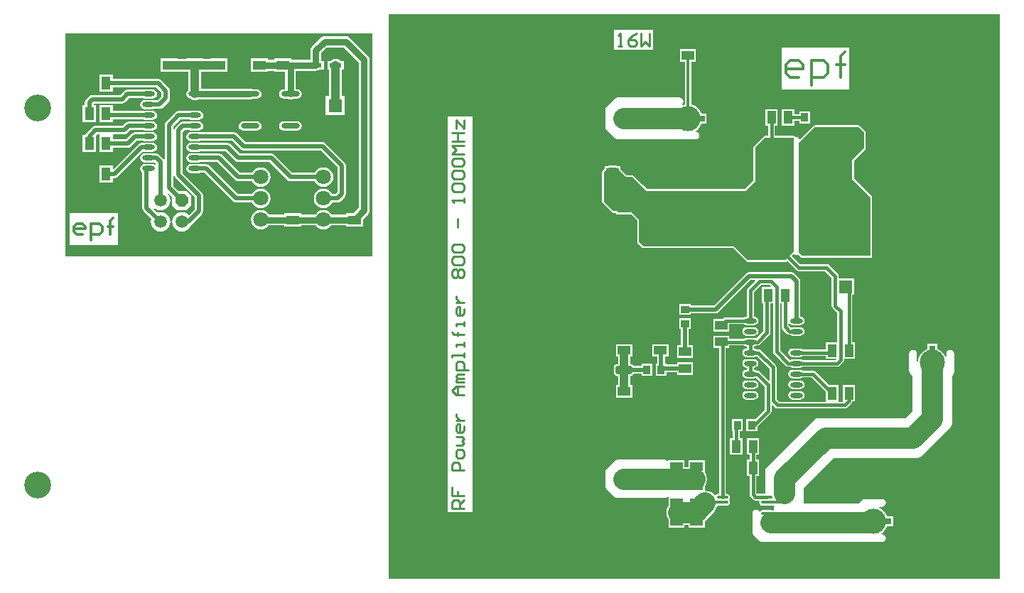
<source format=gtl>
%FSLAX25Y25*%
%MOIN*%
G70*
G01*
G75*
G04 Layer_Physical_Order=1*
G04 Layer_Color=255*
%ADD10O,0.08661X0.02362*%
%ADD11R,0.05709X0.02165*%
%ADD12R,0.05906X0.04331*%
%ADD13R,0.04331X0.05906*%
%ADD14O,0.05906X0.02362*%
%ADD15C,0.01969*%
%ADD16C,0.03150*%
%ADD17C,0.03937*%
%ADD18C,0.01181*%
%ADD19O,0.05512X0.01378*%
%ADD20R,0.16142X0.10236*%
%ADD21R,0.09449X0.10827*%
%ADD22R,0.04331X0.05906*%
G04:AMPARAMS|DCode=23|XSize=39.37mil|YSize=78.74mil|CornerRadius=9.84mil|HoleSize=0mil|Usage=FLASHONLY|Rotation=90.000|XOffset=0mil|YOffset=0mil|HoleType=Round|Shape=RoundedRectangle|*
%AMROUNDEDRECTD23*
21,1,0.03937,0.05906,0,0,90.0*
21,1,0.01969,0.07874,0,0,90.0*
1,1,0.01969,0.02953,0.00984*
1,1,0.01969,0.02953,-0.00984*
1,1,0.01969,-0.02953,-0.00984*
1,1,0.01969,-0.02953,0.00984*
%
%ADD23ROUNDEDRECTD23*%
G04:AMPARAMS|DCode=24|XSize=2559.05mil|YSize=551.18mil|CornerRadius=137.8mil|HoleSize=0mil|Usage=FLASHONLY|Rotation=90.000|XOffset=0mil|YOffset=0mil|HoleType=Round|Shape=RoundedRectangle|*
%AMROUNDEDRECTD24*
21,1,2.55905,0.27559,0,0,90.0*
21,1,2.28347,0.55118,0,0,90.0*
1,1,0.27559,0.13780,1.14173*
1,1,0.27559,0.13780,-1.14173*
1,1,0.27559,-0.13780,-1.14173*
1,1,0.27559,-0.13780,1.14173*
%
%ADD24ROUNDEDRECTD24*%
%ADD25R,0.03543X0.03937*%
%ADD26R,0.03937X0.03543*%
%ADD27R,0.05906X0.03150*%
%ADD28R,0.04331X0.03937*%
%ADD29R,0.08661X0.03937*%
%ADD30R,0.03150X0.05906*%
%ADD31R,0.03937X0.04331*%
%ADD32R,0.03937X0.08661*%
%ADD33C,0.01575*%
%ADD34C,0.09843*%
%ADD35C,0.00984*%
%ADD36C,0.12598*%
%ADD37C,0.07087*%
%ADD38R,0.07087X0.07087*%
%ADD39P,0.06392X8X292.5*%
%ADD40C,0.05906*%
%ADD41R,0.05906X0.05906*%
%ADD42R,0.05906X0.05906*%
%ADD43C,0.11811*%
%ADD44C,0.05906*%
%ADD45O,0.15748X0.07874*%
%ADD46O,0.07874X0.15748*%
%ADD47O,0.07874X0.17716*%
%ADD48C,0.03150*%
%ADD49C,0.12992*%
%ADD50C,0.03543*%
G36*
X176741Y152740D02*
X32740D01*
Y257370D01*
X176741D01*
Y152740D01*
D02*
G37*
%LPC*%
G36*
X95425Y201224D02*
X91882D01*
X91031Y201055D01*
X90309Y200572D01*
X89827Y199851D01*
X89658Y199000D01*
X89827Y198149D01*
X90309Y197427D01*
X91031Y196946D01*
X91882Y196776D01*
X95425D01*
X96276Y196946D01*
X96323Y196977D01*
X104162D01*
X112569Y188569D01*
X113226Y188131D01*
X114000Y187977D01*
X120420D01*
X120531Y187709D01*
X121260Y186760D01*
X122209Y186031D01*
X123314Y185574D01*
X124500Y185417D01*
X125686Y185574D01*
X126791Y186031D01*
X127740Y186760D01*
X128469Y187709D01*
X128926Y188814D01*
X129083Y190000D01*
X128926Y191186D01*
X128469Y192291D01*
X127740Y193240D01*
X126791Y193969D01*
X125686Y194426D01*
X124500Y194582D01*
X123314Y194426D01*
X122209Y193969D01*
X121260Y193240D01*
X120531Y192291D01*
X120420Y192023D01*
X114838D01*
X106431Y200431D01*
X105774Y200869D01*
X105000Y201023D01*
X96323D01*
X96276Y201055D01*
X95425Y201224D01*
D02*
G37*
G36*
Y206224D02*
X91882D01*
X91031Y206055D01*
X90309Y205573D01*
X89827Y204851D01*
X89658Y204000D01*
X89827Y203149D01*
X90309Y202428D01*
X91031Y201945D01*
X91882Y201776D01*
X95425D01*
X96276Y201945D01*
X96323Y201977D01*
X108162D01*
X112569Y197569D01*
X113226Y197131D01*
X114000Y196977D01*
X128662D01*
X137069Y188569D01*
X137726Y188131D01*
X138500Y187977D01*
X149920D01*
X150031Y187709D01*
X150760Y186760D01*
X151709Y186031D01*
X152814Y185574D01*
X154000Y185417D01*
X155186Y185574D01*
X156291Y186031D01*
X157240Y186760D01*
X157969Y187709D01*
X158426Y188814D01*
X158582Y190000D01*
X158426Y191186D01*
X157969Y192291D01*
X157240Y193240D01*
X156291Y193969D01*
X155186Y194426D01*
X154000Y194582D01*
X152814Y194426D01*
X151709Y193969D01*
X150760Y193240D01*
X150031Y192291D01*
X149920Y192023D01*
X139338D01*
X130931Y200431D01*
X130274Y200869D01*
X129500Y201023D01*
X114838D01*
X110431Y205431D01*
X109774Y205869D01*
X109000Y206023D01*
X96323D01*
X96276Y206055D01*
X95425Y206224D01*
D02*
G37*
G36*
X73772D02*
X70228D01*
X69377Y206055D01*
X69330Y206023D01*
X68500D01*
X67726Y205869D01*
X67069Y205431D01*
X55564Y193925D01*
X55102Y194117D01*
Y195453D01*
X48772D01*
Y187547D01*
X55102D01*
Y189477D01*
X56000D01*
X56774Y189631D01*
X57431Y190069D01*
X69335Y201974D01*
X69377Y201945D01*
X70228Y201776D01*
X73772D01*
X74623Y201945D01*
X75344Y202428D01*
X75826Y203149D01*
X75995Y204000D01*
X75826Y204851D01*
X75344Y205573D01*
X74623Y206055D01*
X73772Y206224D01*
D02*
G37*
G36*
X95425Y211224D02*
X91882D01*
X91031Y211055D01*
X90309Y210573D01*
X89827Y209851D01*
X89658Y209000D01*
X89827Y208149D01*
X90309Y207428D01*
X91031Y206945D01*
X91882Y206776D01*
X95425D01*
X96276Y206945D01*
X96323Y206977D01*
X111162D01*
X115069Y203069D01*
X115726Y202631D01*
X116500Y202477D01*
X152662D01*
X160477Y194662D01*
Y182838D01*
X159662Y182023D01*
X158080D01*
X157969Y182291D01*
X157240Y183240D01*
X156291Y183969D01*
X155186Y184426D01*
X154000Y184582D01*
X152814Y184426D01*
X151709Y183969D01*
X150760Y183240D01*
X150031Y182291D01*
X149574Y181186D01*
X149417Y180000D01*
X149574Y178814D01*
X150031Y177709D01*
X150760Y176760D01*
X151709Y176031D01*
X152814Y175574D01*
X154000Y175417D01*
X155186Y175574D01*
X156291Y176031D01*
X157240Y176760D01*
X157969Y177709D01*
X158080Y177977D01*
X160500D01*
X161274Y178131D01*
X161931Y178569D01*
X163931Y180569D01*
X164369Y181226D01*
X164523Y182000D01*
Y195500D01*
X164369Y196274D01*
X163931Y196931D01*
X154931Y205931D01*
X154274Y206369D01*
X153500Y206523D01*
X117338D01*
X113431Y210431D01*
X112774Y210869D01*
X112000Y211023D01*
X96323D01*
X96276Y211055D01*
X95425Y211224D01*
D02*
G37*
G36*
X57548Y173053D02*
X34819D01*
Y158195D01*
X57548D01*
Y173053D01*
D02*
G37*
G36*
X164500Y256097D02*
X154500D01*
X153828Y256009D01*
X153201Y255749D01*
X152664Y255336D01*
X148538Y251210D01*
X148125Y250673D01*
X147865Y250046D01*
X147777Y249374D01*
Y245097D01*
X138953D01*
Y245728D01*
X131047D01*
Y245097D01*
X127953D01*
Y245728D01*
X120047D01*
Y239398D01*
X127953D01*
Y239903D01*
X131047D01*
Y239398D01*
X135852D01*
Y231224D01*
X135299D01*
X134448Y231055D01*
X133727Y230573D01*
X133245Y229851D01*
X133075Y229000D01*
X133245Y228149D01*
X133727Y227428D01*
X134448Y226945D01*
X135299Y226776D01*
X137117D01*
X137150Y226751D01*
X137777Y226491D01*
X138449Y226403D01*
X139121Y226491D01*
X139747Y226751D01*
X139780Y226776D01*
X141598D01*
X142449Y226945D01*
X143171Y227428D01*
X143653Y228149D01*
X143822Y229000D01*
X143653Y229851D01*
X143171Y230573D01*
X142449Y231055D01*
X141598Y231224D01*
X141046D01*
Y239903D01*
X150374D01*
X151046Y239991D01*
X151672Y240251D01*
X151889Y240417D01*
X154228D01*
Y244583D01*
X152971D01*
Y248298D01*
X155576Y250903D01*
X163424D01*
X170403Y243924D01*
Y175513D01*
X167993Y173102D01*
X164547D01*
Y172534D01*
X157782D01*
X157240Y173240D01*
X156291Y173969D01*
X155186Y174426D01*
X154000Y174583D01*
X152814Y174426D01*
X151709Y173969D01*
X150760Y173240D01*
X150218Y172534D01*
X143453D01*
Y173102D01*
X135547D01*
Y172534D01*
X128282D01*
X127740Y173240D01*
X126791Y173969D01*
X125686Y174426D01*
X124500Y174583D01*
X123314Y174426D01*
X122209Y173969D01*
X121260Y173240D01*
X120531Y172291D01*
X120074Y171186D01*
X119918Y170000D01*
X120074Y168814D01*
X120531Y167709D01*
X121260Y166760D01*
X122209Y166031D01*
X123314Y165574D01*
X124500Y165418D01*
X125686Y165574D01*
X126791Y166031D01*
X127740Y166760D01*
X128186Y167340D01*
X135547D01*
Y166772D01*
X143453D01*
Y167340D01*
X150314D01*
X150760Y166760D01*
X151709Y166031D01*
X152814Y165574D01*
X154000Y165418D01*
X155186Y165574D01*
X156291Y166031D01*
X157240Y166760D01*
X157686Y167340D01*
X164547D01*
Y166772D01*
X172453D01*
Y170217D01*
X174836Y172601D01*
X175249Y173138D01*
X175508Y173765D01*
X175597Y174437D01*
Y245000D01*
X175508Y245672D01*
X175249Y246299D01*
X174836Y246836D01*
X166336Y255336D01*
X165798Y255749D01*
X165172Y256009D01*
X164500Y256097D01*
D02*
G37*
G36*
X95425Y196224D02*
X91882D01*
X91031Y196054D01*
X90309Y195572D01*
X89827Y194851D01*
X89658Y194000D01*
X89827Y193149D01*
X90309Y192428D01*
X91031Y191946D01*
X91882Y191776D01*
X95425D01*
X96276Y191946D01*
X96323Y191977D01*
X98162D01*
X111569Y178569D01*
X112226Y178131D01*
X113000Y177977D01*
X120420D01*
X120531Y177709D01*
X121260Y176760D01*
X122209Y176031D01*
X123314Y175574D01*
X124500Y175417D01*
X125686Y175574D01*
X126791Y176031D01*
X127740Y176760D01*
X128469Y177709D01*
X128926Y178814D01*
X129083Y180000D01*
X128926Y181186D01*
X128469Y182291D01*
X127740Y183240D01*
X126791Y183969D01*
X125686Y184426D01*
X124500Y184582D01*
X123314Y184426D01*
X122209Y183969D01*
X121260Y183240D01*
X120531Y182291D01*
X120420Y182023D01*
X113838D01*
X100431Y195431D01*
X99774Y195869D01*
X99000Y196023D01*
X96323D01*
X96276Y196054D01*
X95425Y196224D01*
D02*
G37*
G36*
X73772Y216224D02*
X70228D01*
X69377Y216055D01*
X69330Y216023D01*
X62500D01*
X61726Y215869D01*
X61069Y215431D01*
X59662Y214023D01*
X47000D01*
X46226Y213869D01*
X45569Y213431D01*
X42632Y210494D01*
X42194Y209837D01*
X42151Y209619D01*
X40898D01*
Y201714D01*
X47228D01*
Y209367D01*
X47838Y209977D01*
X48772D01*
Y209619D01*
X48772D01*
Y201714D01*
X55102D01*
Y203643D01*
X62167D01*
X62941Y203798D01*
X63597Y204236D01*
X66338Y206977D01*
X69330D01*
X69377Y206945D01*
X70228Y206776D01*
X73772D01*
X74623Y206945D01*
X75344Y207428D01*
X75826Y208149D01*
X75995Y209000D01*
X75826Y209851D01*
X75344Y210573D01*
X74623Y211055D01*
X73772Y211224D01*
X70228D01*
X69377Y211055D01*
X69330Y211023D01*
X65500D01*
X64726Y210869D01*
X64508Y210724D01*
X64069Y210431D01*
X61329Y207690D01*
X55102D01*
Y209619D01*
X55102D01*
Y209623D01*
X55456Y209977D01*
X60500D01*
X61274Y210131D01*
X61931Y210569D01*
X63338Y211977D01*
X69330D01*
X69377Y211945D01*
X70228Y211776D01*
X73772D01*
X74623Y211945D01*
X75344Y212427D01*
X75826Y213149D01*
X75995Y214000D01*
X75826Y214851D01*
X75344Y215573D01*
X74623Y216055D01*
X73772Y216224D01*
D02*
G37*
G36*
X55102Y237953D02*
X48772D01*
Y230047D01*
X55102D01*
Y231977D01*
X75662D01*
X77977Y229662D01*
Y227838D01*
X76162Y226023D01*
X74670D01*
X74623Y226055D01*
X73772Y226224D01*
X70228D01*
X69377Y226055D01*
X68656Y225572D01*
X68174Y224851D01*
X68005Y224000D01*
X68174Y223149D01*
X68656Y222428D01*
X69377Y221945D01*
X70228Y221776D01*
X73772D01*
X74623Y221945D01*
X74670Y221977D01*
X77000D01*
X77774Y222131D01*
X78431Y222569D01*
X81431Y225569D01*
X81869Y226226D01*
X82023Y227000D01*
Y230500D01*
X81869Y231274D01*
X81431Y231931D01*
X77931Y235431D01*
X77274Y235869D01*
X76500Y236023D01*
X55102D01*
Y237953D01*
D02*
G37*
G36*
X159626Y245494D02*
X158851Y245392D01*
X158129Y245093D01*
X157509Y244617D01*
X157474Y244583D01*
X155772D01*
Y240417D01*
X156506D01*
Y228043D01*
X154957D01*
Y218957D01*
X164043D01*
Y228043D01*
X162494D01*
Y240417D01*
X163480D01*
Y244583D01*
X161770D01*
X161743Y244617D01*
X161123Y245093D01*
X160401Y245392D01*
X159626Y245494D01*
D02*
G37*
G36*
X108953Y245728D02*
X101047D01*
Y245557D01*
X97453D01*
Y245728D01*
X89547D01*
Y245557D01*
X85453D01*
Y245728D01*
X77547D01*
Y239398D01*
X85453D01*
Y239569D01*
X89547D01*
Y239398D01*
X90506D01*
Y230704D01*
X90309Y230573D01*
X89827Y229851D01*
X89658Y229000D01*
X89827Y228149D01*
X90309Y227428D01*
X91031Y226945D01*
X91603Y226832D01*
X92156Y226407D01*
X92879Y226108D01*
X93654Y226006D01*
X94428Y226108D01*
X95141Y226403D01*
X119551D01*
X120223Y226491D01*
X120850Y226751D01*
X120883Y226776D01*
X122701D01*
X123552Y226945D01*
X124273Y227428D01*
X124755Y228149D01*
X124925Y229000D01*
X124755Y229851D01*
X124273Y230573D01*
X123552Y231055D01*
X122701Y231224D01*
X120883D01*
X120850Y231249D01*
X120223Y231508D01*
X119551Y231597D01*
X96494D01*
Y239398D01*
X97453D01*
Y239569D01*
X101047D01*
Y239398D01*
X108953D01*
Y245728D01*
D02*
G37*
G36*
X73772Y231224D02*
X70228D01*
X69377Y231055D01*
X69330Y231023D01*
X62000D01*
X61226Y230869D01*
X60569Y230431D01*
X58662Y228523D01*
X45500D01*
X44726Y228369D01*
X44069Y227931D01*
X42632Y226494D01*
X42194Y225837D01*
X42040Y225063D01*
Y223786D01*
X40898D01*
Y215881D01*
X47228D01*
Y223786D01*
X46301D01*
X46109Y224248D01*
X46338Y224477D01*
X59500D01*
X60274Y224631D01*
X60931Y225069D01*
X62838Y226977D01*
X69330D01*
X69377Y226945D01*
X70228Y226776D01*
X73772D01*
X74623Y226945D01*
X75344Y227428D01*
X75826Y228149D01*
X75995Y229000D01*
X75826Y229851D01*
X75344Y230573D01*
X74623Y231055D01*
X73772Y231224D01*
D02*
G37*
G36*
X141598Y216224D02*
X135299D01*
X134448Y216055D01*
X133727Y215573D01*
X133245Y214851D01*
X133075Y214000D01*
X133245Y213149D01*
X133727Y212427D01*
X134448Y211945D01*
X135299Y211776D01*
X141598D01*
X142449Y211945D01*
X143171Y212427D01*
X143653Y213149D01*
X143822Y214000D01*
X143653Y214851D01*
X143171Y215573D01*
X142449Y216055D01*
X141598Y216224D01*
D02*
G37*
G36*
X122701D02*
X116402D01*
X115550Y216055D01*
X114829Y215573D01*
X114347Y214851D01*
X114178Y214000D01*
X114347Y213149D01*
X114829Y212427D01*
X115550Y211945D01*
X116402Y211776D01*
X122701D01*
X123552Y211945D01*
X124273Y212427D01*
X124755Y213149D01*
X124925Y214000D01*
X124755Y214851D01*
X124273Y215573D01*
X123552Y216055D01*
X122701Y216224D01*
D02*
G37*
G36*
X95425Y221224D02*
X91882D01*
X91031Y221055D01*
X90984Y221023D01*
X86000D01*
X85226Y220869D01*
X84569Y220431D01*
X80069Y215931D01*
X79631Y215274D01*
X79477Y214500D01*
Y198474D01*
X78998Y198329D01*
X78931Y198431D01*
X76931Y200431D01*
X76274Y200869D01*
X75500Y201023D01*
X74670D01*
X74623Y201055D01*
X73772Y201224D01*
X70228D01*
X69377Y201055D01*
X68656Y200572D01*
X68174Y199851D01*
X68005Y199000D01*
X68174Y198149D01*
X68656Y197427D01*
X69377Y196946D01*
X70228Y196776D01*
X73772D01*
X74623Y196946D01*
X74665Y196974D01*
X75276Y196362D01*
X75203Y195868D01*
X75036Y195778D01*
X74623Y196054D01*
X73772Y196224D01*
X70228D01*
X69377Y196054D01*
X68656Y195572D01*
X68174Y194851D01*
X68005Y194000D01*
X68174Y193149D01*
X68656Y192428D01*
X68977Y192213D01*
Y175500D01*
X68977Y175500D01*
X68977D01*
X69131Y174726D01*
X69569Y174069D01*
X73185Y170454D01*
X73074Y170186D01*
X72917Y169000D01*
X73074Y167814D01*
X73531Y166709D01*
X74260Y165760D01*
X75209Y165031D01*
X76314Y164574D01*
X77500Y164418D01*
X78686Y164574D01*
X79791Y165031D01*
X80740Y165760D01*
X81469Y166709D01*
X81926Y167814D01*
X82082Y169000D01*
X81926Y170186D01*
X81469Y171291D01*
X80740Y172240D01*
X79791Y172969D01*
X78686Y173426D01*
X77500Y173582D01*
X76314Y173426D01*
X76046Y173315D01*
X74133Y175228D01*
X74463Y175603D01*
X75209Y175031D01*
X76314Y174574D01*
X77500Y174417D01*
X78686Y174574D01*
X79791Y175031D01*
X80740Y175760D01*
X81469Y176709D01*
X81926Y177814D01*
X82082Y179000D01*
X81926Y180186D01*
X81469Y181291D01*
X80897Y182037D01*
X81272Y182367D01*
X82957Y180682D01*
Y176728D01*
X85228Y174457D01*
X89772D01*
X92043Y176728D01*
Y181272D01*
X89772Y183543D01*
X85818D01*
X83523Y185838D01*
Y190731D01*
X84021Y190780D01*
X84131Y190226D01*
X84569Y189569D01*
X93477Y180662D01*
Y174838D01*
X90871Y172232D01*
X90740Y172240D01*
X89791Y172969D01*
X88686Y173426D01*
X87500Y173582D01*
X86314Y173426D01*
X85209Y172969D01*
X84260Y172240D01*
X83531Y171291D01*
X83074Y170186D01*
X82917Y169000D01*
X83074Y167814D01*
X83531Y166709D01*
X84260Y165760D01*
X85209Y165031D01*
X86314Y164574D01*
X87500Y164418D01*
X88686Y164574D01*
X89791Y165031D01*
X90740Y165760D01*
X91469Y166709D01*
X91785Y167472D01*
X91931Y167569D01*
X96931Y172569D01*
X97369Y173226D01*
X97523Y174000D01*
X97523Y174000D01*
X97523Y174000D01*
Y174000D01*
Y181500D01*
X97369Y182274D01*
X96931Y182931D01*
X88023Y191838D01*
Y211162D01*
X88838Y211977D01*
X90984D01*
X91031Y211945D01*
X91882Y211776D01*
X95425D01*
X96276Y211945D01*
X96998Y212427D01*
X97480Y213149D01*
X97649Y214000D01*
X97480Y214851D01*
X96998Y215573D01*
X96276Y216055D01*
X95425Y216224D01*
X91882D01*
X91031Y216055D01*
X90984Y216023D01*
X88000D01*
X87226Y215869D01*
X86569Y215431D01*
X84569Y213431D01*
X84131Y212774D01*
X84021Y212220D01*
X83523Y212269D01*
Y213662D01*
X86838Y216977D01*
X90984D01*
X91031Y216945D01*
X91882Y216776D01*
X95425D01*
X96276Y216945D01*
X96998Y217427D01*
X97480Y218149D01*
X97649Y219000D01*
X97480Y219851D01*
X96998Y220572D01*
X96276Y221055D01*
X95425Y221224D01*
D02*
G37*
G36*
X55102Y223786D02*
X48772D01*
Y215881D01*
X55102D01*
Y216977D01*
X69330D01*
X69377Y216945D01*
X70228Y216776D01*
X73772D01*
X74623Y216945D01*
X75344Y217427D01*
X75826Y218149D01*
X75995Y219000D01*
X75826Y219851D01*
X75344Y220572D01*
X74623Y221055D01*
X73772Y221224D01*
X70228D01*
X69377Y221055D01*
X69330Y221023D01*
X55102D01*
Y223786D01*
D02*
G37*
%LPD*%
G36*
X471095Y1405D02*
X184405D01*
Y266595D01*
X471095D01*
Y1405D01*
D02*
G37*
%LPC*%
G36*
X377598Y94598D02*
X374055D01*
X373287Y94445D01*
X372636Y94010D01*
X372201Y93359D01*
X372048Y92590D01*
X372201Y91822D01*
X372636Y91171D01*
X373287Y90736D01*
X374055Y90583D01*
X377598D01*
X378366Y90736D01*
X379018Y91171D01*
X379453Y91822D01*
X379606Y92590D01*
X379453Y93359D01*
X379018Y94010D01*
X378366Y94445D01*
X377598Y94598D01*
D02*
G37*
G36*
X355945D02*
X352402D01*
X351634Y94445D01*
X350982Y94010D01*
X350547Y93359D01*
X350395Y92590D01*
X350547Y91822D01*
X350982Y91171D01*
X351634Y90736D01*
X352402Y90583D01*
X355945D01*
X356713Y90736D01*
X357364Y91171D01*
X357799Y91822D01*
X357952Y92590D01*
X357799Y93359D01*
X357364Y94010D01*
X356713Y94445D01*
X355945Y94598D01*
D02*
G37*
G36*
X315740Y111606D02*
X308260D01*
Y105701D01*
X310540D01*
Y102347D01*
X309787D01*
Y96835D01*
X314906D01*
Y98347D01*
X319760D01*
Y97201D01*
X327240D01*
Y103106D01*
X319760D01*
Y101960D01*
X314906D01*
Y102347D01*
X314153D01*
Y105701D01*
X315740D01*
Y111606D01*
D02*
G37*
G36*
X298740D02*
X291260D01*
Y105701D01*
X292220D01*
Y102145D01*
X291917D01*
X291226Y102007D01*
X290640Y101616D01*
X290248Y101030D01*
X290111Y100339D01*
Y98370D01*
X290248Y97679D01*
X290640Y97093D01*
X291226Y96701D01*
X291917Y96564D01*
X292220D01*
Y92480D01*
X291260D01*
Y86575D01*
X298740D01*
Y92480D01*
X297780D01*
Y96564D01*
X297823D01*
X298514Y96701D01*
X299100Y97093D01*
X299492Y97679D01*
X299513Y97784D01*
X303095D01*
Y96835D01*
X308213D01*
Y102347D01*
X303095D01*
Y101397D01*
X299246D01*
X299100Y101616D01*
X298514Y102007D01*
X297823Y102145D01*
X297780D01*
Y105701D01*
X298740D01*
Y111606D01*
D02*
G37*
G36*
X350713Y76346D02*
X345595D01*
Y70835D01*
X345957D01*
Y67331D01*
X344610D01*
Y59850D01*
X350516D01*
Y67331D01*
X349169D01*
Y70835D01*
X350713D01*
Y76346D01*
D02*
G37*
G36*
X223740Y218390D02*
X212325D01*
Y32819D01*
X223740D01*
Y218390D01*
D02*
G37*
G36*
X377598Y89598D02*
X374055D01*
X373287Y89445D01*
X372636Y89010D01*
X372201Y88359D01*
X372048Y87590D01*
X372201Y86822D01*
X372636Y86171D01*
X373287Y85736D01*
X374055Y85584D01*
X377598D01*
X378366Y85736D01*
X379018Y86171D01*
X379453Y86822D01*
X379606Y87590D01*
X379453Y88359D01*
X379018Y89010D01*
X378366Y89445D01*
X377598Y89598D01*
D02*
G37*
G36*
X355945D02*
X352402D01*
X351634Y89445D01*
X350982Y89010D01*
X350547Y88359D01*
X350395Y87590D01*
X350547Y86822D01*
X350982Y86171D01*
X351634Y85736D01*
X352402Y85584D01*
X355945D01*
X356713Y85736D01*
X357364Y86171D01*
X357799Y86822D01*
X357952Y87590D01*
X357799Y88359D01*
X357364Y89010D01*
X356713Y89445D01*
X355945Y89598D01*
D02*
G37*
G36*
X441862Y111622D02*
X437138D01*
Y109277D01*
X436926Y109213D01*
X435764Y108592D01*
X434745Y107755D01*
X433908Y106736D01*
X433287Y105574D01*
X432904Y104312D01*
X432806Y103315D01*
X432306Y103340D01*
Y107000D01*
X432169Y107691D01*
X431777Y108277D01*
X431191Y108669D01*
X430500Y108806D01*
X429809Y108669D01*
X429223Y108277D01*
X428831Y107691D01*
X428694Y107000D01*
Y99000D01*
X428831Y98309D01*
X429223Y97723D01*
X430194Y96752D01*
Y80248D01*
X426752Y76806D01*
X386000D01*
X385309Y76669D01*
X384723Y76277D01*
X361723Y53277D01*
X361331Y52691D01*
X361194Y52000D01*
Y42500D01*
X361327Y41831D01*
X361010Y41444D01*
X357327D01*
X357043Y41728D01*
Y49850D01*
X358390D01*
Y57331D01*
X357043D01*
Y59850D01*
X358390D01*
Y67331D01*
X352484D01*
Y59850D01*
X353831D01*
Y57331D01*
X352484D01*
Y49850D01*
X353831D01*
Y41063D01*
X353831Y41063D01*
X353933Y40551D01*
X353954Y40448D01*
X354302Y39928D01*
X354302Y39928D01*
X354302Y39928D01*
D01*
X354302D01*
Y39928D01*
D01*
X355526Y38703D01*
X355526Y38703D01*
X356047Y38355D01*
X356047Y38355D01*
X356047Y38355D01*
D01*
X356047Y38355D01*
X356047Y38355D01*
X356661Y38233D01*
X358147D01*
X358464Y37846D01*
X358351Y37279D01*
X358466Y36704D01*
X358792Y36215D01*
X359281Y35889D01*
X359857Y35774D01*
X363990D01*
X364495Y35875D01*
X365257D01*
X365493Y35434D01*
X365331Y35191D01*
X365194Y34500D01*
X365312Y33903D01*
X364995Y33516D01*
X364620D01*
X364567Y33552D01*
X363990Y33667D01*
X359857D01*
X359281Y33552D01*
X358792Y33226D01*
X358312Y33226D01*
X358277Y33277D01*
X357691Y33669D01*
X357000Y33806D01*
X356309Y33669D01*
X355723Y33277D01*
X355331Y32691D01*
X355194Y32000D01*
Y23500D01*
X355194Y23500D01*
X355194D01*
X355331Y22809D01*
X355723Y22223D01*
X358723Y19223D01*
X359309Y18831D01*
X360000Y18694D01*
X416000D01*
X416691Y18831D01*
X417277Y19223D01*
X417669Y19809D01*
X417806Y20500D01*
X417669Y21191D01*
X417277Y21777D01*
X416691Y22169D01*
X416000Y22306D01*
X415633D01*
X415511Y22791D01*
X415744Y22916D01*
X416763Y23752D01*
X417600Y24771D01*
X418221Y25934D01*
X418283Y26138D01*
X421122D01*
Y30862D01*
X418288D01*
X418221Y31082D01*
X417600Y32244D01*
X416763Y33263D01*
X415744Y34100D01*
X414605Y34709D01*
X414727Y35194D01*
X416000D01*
X416691Y35331D01*
X417277Y35723D01*
X417669Y36309D01*
X417806Y37000D01*
X417669Y37691D01*
X417277Y38277D01*
X416691Y38669D01*
X416000Y38806D01*
X408000D01*
X407309Y38669D01*
X406723Y38277D01*
X405252Y36806D01*
X379306D01*
Y44252D01*
X393248Y58194D01*
X433000D01*
X433691Y58331D01*
X434277Y58723D01*
X448277Y72723D01*
X448669Y73309D01*
X448806Y74000D01*
X448806Y74000D01*
X448806Y74000D01*
Y74000D01*
Y96752D01*
X449277Y97223D01*
X449669Y97809D01*
X449806Y98500D01*
Y107000D01*
X449669Y107691D01*
X449277Y108277D01*
X448691Y108669D01*
X448000Y108806D01*
X447309Y108669D01*
X446723Y108277D01*
X446331Y107691D01*
X446194Y107000D01*
Y105719D01*
X445903Y105631D01*
X445709Y105582D01*
X445092Y106736D01*
X444255Y107755D01*
X443236Y108592D01*
X442074Y109213D01*
X441862Y109277D01*
Y111622D01*
D02*
G37*
G36*
X328650Y250079D02*
X321169D01*
Y244173D01*
X323595D01*
Y224068D01*
X322426Y223713D01*
X322364Y223680D01*
X322107Y224109D01*
X322277Y224223D01*
X322669Y224809D01*
X322806Y225500D01*
X322669Y226191D01*
X322277Y226777D01*
X321691Y227169D01*
X321000Y227306D01*
X291910D01*
X291218Y227169D01*
X290632Y226777D01*
X290223Y226368D01*
X286723Y222868D01*
X286331Y222282D01*
X286194Y221590D01*
Y213591D01*
X286194Y213591D01*
X286194D01*
X286331Y212899D01*
X286723Y212313D01*
X290223Y208813D01*
D01*
X290223Y208813D01*
X290813Y208223D01*
X291399Y207831D01*
X292091Y207694D01*
X328500D01*
X329191Y207831D01*
X329777Y208223D01*
X330169Y208809D01*
X330306Y209500D01*
X330169Y210191D01*
X329777Y210777D01*
X329191Y211169D01*
X328580Y211291D01*
X328506Y211785D01*
X328736Y211908D01*
X329755Y212744D01*
X330592Y213764D01*
X331213Y214926D01*
X331277Y215138D01*
X333622D01*
Y219862D01*
X331277D01*
X331213Y220074D01*
X330592Y221236D01*
X329755Y222255D01*
X328736Y223092D01*
X327574Y223713D01*
X326405Y224068D01*
Y244173D01*
X328650D01*
Y250079D01*
D02*
G37*
G36*
X374890Y221740D02*
X368984D01*
Y214260D01*
X374890D01*
Y216394D01*
X377095D01*
Y215244D01*
X382213D01*
Y220756D01*
X377095D01*
Y219606D01*
X374890D01*
Y221740D01*
D02*
G37*
G36*
X308621Y259175D02*
X290319D01*
Y249728D01*
X308621D01*
Y259175D01*
D02*
G37*
G36*
X400519Y250685D02*
X369032D01*
Y231005D01*
X400519D01*
Y250685D01*
D02*
G37*
G36*
X367016Y221740D02*
X361110D01*
Y214260D01*
X362457D01*
Y209303D01*
X361000D01*
X360693Y209242D01*
X360432Y209068D01*
X360432Y209068D01*
X357932Y206568D01*
X357932Y206568D01*
X355932Y204568D01*
X355758Y204307D01*
X355697Y204000D01*
Y195500D01*
Y188332D01*
X351667Y184303D01*
X305833D01*
X303568Y186568D01*
X303568Y186568D01*
X299568Y190568D01*
X299307Y190742D01*
X299000Y190803D01*
X296333D01*
X293240Y193895D01*
Y195016D01*
X292120D01*
X292068Y195068D01*
X291807Y195242D01*
X291500Y195303D01*
X287500D01*
X287500Y195303D01*
X287193Y195242D01*
X286932Y195068D01*
X286932Y195068D01*
X286880Y195016D01*
X285760D01*
Y193895D01*
X284932Y193068D01*
X284758Y192807D01*
X284697Y192500D01*
Y190000D01*
Y178500D01*
X284758Y178193D01*
X284932Y177932D01*
X289432Y173432D01*
X289693Y173258D01*
X290000Y173197D01*
X291260D01*
Y172575D01*
X298290D01*
X301197Y169667D01*
Y159500D01*
X301258Y159193D01*
X301432Y158932D01*
X302932Y157432D01*
X302932Y157432D01*
X303432Y156932D01*
X303693Y156758D01*
X304000Y156697D01*
X346167D01*
X352432Y150432D01*
X352693Y150258D01*
X353000Y150197D01*
X370500D01*
X370807Y150258D01*
X371068Y150432D01*
X371377Y150742D01*
X375754Y146365D01*
X375754Y146365D01*
X375754D01*
X375754Y146365D01*
X375754D01*
X375754Y146365D01*
Y146365D01*
Y146365D01*
D01*
D01*
X375754D01*
Y146365D01*
X376275Y146017D01*
X376377Y145996D01*
X376890Y145894D01*
X376890Y145894D01*
X389335D01*
X392394Y142835D01*
Y129591D01*
X392394Y129591D01*
X392496Y129078D01*
X392517Y128976D01*
X392865Y128455D01*
X392865Y128455D01*
X392865Y128455D01*
D01*
X392865D01*
Y128455D01*
D01*
X394894Y126426D01*
Y112331D01*
X389610D01*
Y109196D01*
X378739D01*
X378366Y109445D01*
X377598Y109598D01*
X374055D01*
X373287Y109445D01*
X372636Y109010D01*
X372201Y108359D01*
X372048Y107591D01*
X372201Y106823D01*
X372636Y106171D01*
X373287Y105736D01*
X374055Y105584D01*
X377598D01*
X378366Y105736D01*
X378739Y105985D01*
X389610D01*
Y104850D01*
X394336D01*
X394435Y104612D01*
X394157Y104196D01*
X378739D01*
X378366Y104445D01*
X377598Y104598D01*
X374055D01*
X373287Y104445D01*
X372915Y104196D01*
X372665D01*
X368106Y108756D01*
Y130850D01*
X368831D01*
Y119654D01*
X368831Y119653D01*
X368933Y119141D01*
X368954Y119039D01*
X369302Y118518D01*
X371365Y116455D01*
X371365Y116455D01*
X371885Y116107D01*
X371988Y116087D01*
X372500Y115985D01*
X372500Y115985D01*
X372915D01*
X373287Y115736D01*
X374055Y115584D01*
X377598D01*
X378366Y115736D01*
X379018Y116171D01*
X379453Y116823D01*
X379606Y117591D01*
X379453Y118359D01*
X379018Y119010D01*
X378366Y119445D01*
X377598Y119598D01*
X374055D01*
X373287Y119445D01*
X373065Y119296D01*
X372043Y120319D01*
Y121198D01*
X372521Y121343D01*
X372636Y121171D01*
X373287Y120736D01*
X374055Y120583D01*
X377598D01*
X378366Y120736D01*
X379018Y121171D01*
X379453Y121823D01*
X379606Y122591D01*
X379453Y123359D01*
X379018Y124010D01*
X378366Y124445D01*
X377633Y124591D01*
Y141264D01*
X377496Y141955D01*
X377104Y142541D01*
X374777Y144868D01*
X374191Y145259D01*
X373500Y145397D01*
X353500D01*
X352809Y145259D01*
X352223Y144868D01*
X337098Y129743D01*
X326256D01*
Y130496D01*
X320744D01*
Y125378D01*
X326256D01*
Y126131D01*
X337846D01*
X338538Y126268D01*
X339124Y126660D01*
X354248Y141784D01*
X356329D01*
X356520Y141322D01*
X353038Y137840D01*
X352690Y137319D01*
X352670Y137217D01*
X352568Y136705D01*
X352568Y136705D01*
Y124598D01*
X352402D01*
X351634Y124445D01*
X351261Y124196D01*
X342563D01*
X342563Y124196D01*
X342051Y124094D01*
X341949Y124074D01*
X341428Y123726D01*
X341428Y123726D01*
X341182Y123480D01*
X336760D01*
Y117575D01*
X344240D01*
Y120985D01*
X351261D01*
X351634Y120736D01*
X352402Y120583D01*
X355945D01*
X356713Y120736D01*
X357364Y121171D01*
X357799Y121823D01*
X357952Y122591D01*
X357799Y123359D01*
X357364Y124010D01*
X356713Y124445D01*
X355945Y124598D01*
X355779D01*
Y136040D01*
X359165Y139426D01*
X363394D01*
X364027Y138793D01*
X363836Y138331D01*
X359610D01*
Y130850D01*
X360394D01*
Y117756D01*
X356935Y114296D01*
X356713Y114445D01*
X355945Y114598D01*
X352402D01*
X351634Y114445D01*
X351261Y114196D01*
X344240D01*
Y115606D01*
X336760D01*
Y109701D01*
X339471D01*
Y41344D01*
X339009D01*
X338433Y41229D01*
X337945Y40903D01*
X337837Y40741D01*
X337337Y40725D01*
X337071Y41072D01*
X335879Y41987D01*
X334490Y42562D01*
X333000Y42758D01*
X332740Y42986D01*
Y44866D01*
X333069Y45294D01*
X333644Y46683D01*
X333841Y48173D01*
X333644Y49663D01*
X333069Y51052D01*
X332740Y51481D01*
Y57106D01*
X325260D01*
Y53931D01*
X323240D01*
Y57106D01*
X315760D01*
Y57007D01*
X315281Y56862D01*
X315277Y56868D01*
X314691Y57259D01*
X314000Y57397D01*
X292000D01*
X291309Y57259D01*
X290723Y56868D01*
X286723Y52868D01*
X286331Y52282D01*
X286194Y51591D01*
Y45091D01*
X286194Y45091D01*
X286194D01*
X286331Y44399D01*
X286723Y43813D01*
X290723Y39813D01*
X290723D01*
X290723Y39813D01*
X290723D01*
X290723Y39813D01*
Y39813D01*
X290723Y39813D01*
Y39813D01*
X291309Y39422D01*
X292000Y39284D01*
X314000D01*
X314691Y39422D01*
X315277Y39813D01*
X315281Y39819D01*
X315760Y39674D01*
Y35700D01*
X315513Y35379D01*
X314938Y33990D01*
X314742Y32500D01*
X314938Y31010D01*
X315513Y29621D01*
X315760Y29300D01*
Y25575D01*
X323240D01*
Y26742D01*
X325260D01*
Y25575D01*
X332740D01*
Y28597D01*
X337071Y32928D01*
X337986Y34121D01*
X338562Y35510D01*
X338948Y35787D01*
X339009Y35774D01*
X343143D01*
X343719Y35889D01*
X344208Y36215D01*
X344534Y36704D01*
X344649Y37279D01*
X344534Y37856D01*
X344208Y38344D01*
Y38774D01*
X344534Y39263D01*
X344649Y39839D01*
X344534Y40415D01*
X344208Y40903D01*
X343719Y41229D01*
X343143Y41344D01*
X342682D01*
Y109701D01*
X344240D01*
Y110985D01*
X351261D01*
X351634Y110736D01*
X352402Y110583D01*
X352568D01*
Y109598D01*
X352402D01*
X351634Y109445D01*
X350982Y109010D01*
X350547Y108359D01*
X350395Y107591D01*
X350547Y106823D01*
X350982Y106171D01*
X351634Y105736D01*
X352402Y105584D01*
X355945D01*
X356713Y105736D01*
X357085Y105985D01*
X357335D01*
X363257Y100063D01*
Y94758D01*
X362795Y94567D01*
X358635Y98726D01*
X358115Y99074D01*
X358013Y99094D01*
X357500Y99196D01*
X357500Y99196D01*
X357085D01*
X356713Y99445D01*
X355945Y99598D01*
X355779D01*
Y100584D01*
X355945D01*
X356713Y100736D01*
X357364Y101171D01*
X357799Y101822D01*
X357952Y102591D01*
X357799Y103359D01*
X357364Y104010D01*
X356713Y104445D01*
X355945Y104598D01*
X352402D01*
X351634Y104445D01*
X350982Y104010D01*
X350547Y103359D01*
X350395Y102591D01*
X350547Y101822D01*
X350982Y101171D01*
X351634Y100736D01*
X352402Y100584D01*
X352568D01*
Y99598D01*
X352402D01*
X351634Y99445D01*
X350982Y99010D01*
X350547Y98359D01*
X350395Y97591D01*
X350547Y96823D01*
X350982Y96171D01*
X351634Y95736D01*
X352402Y95583D01*
X355945D01*
X356713Y95736D01*
X356935Y95885D01*
X360894Y91926D01*
Y80756D01*
X356485Y76346D01*
X352287D01*
Y70835D01*
X357405D01*
Y72725D01*
X363635Y78955D01*
X363635Y78955D01*
X363983Y79476D01*
X364004Y79578D01*
X364106Y80090D01*
X364106Y80091D01*
Y82923D01*
X364568Y83114D01*
X365817Y81865D01*
X365817Y81865D01*
X366338Y81517D01*
X366338Y81517D01*
X366338Y81517D01*
D01*
X366338Y81516D01*
X366338Y81517D01*
X366953Y81394D01*
X398409D01*
X398410Y81394D01*
X398922Y81496D01*
X399024Y81517D01*
X399545Y81865D01*
X401572Y83892D01*
X401572Y83892D01*
X401920Y84413D01*
X402007Y84850D01*
X403390D01*
Y92331D01*
X397484D01*
Y84850D01*
D01*
Y84850D01*
X397239Y84606D01*
X395516D01*
Y84606D01*
Y84850D01*
X395516Y84959D01*
X395516Y84959D01*
X395516D01*
Y92331D01*
X391094D01*
X384698Y98726D01*
X384177Y99074D01*
X384075Y99094D01*
X383563Y99196D01*
X383563Y99196D01*
X378739D01*
X378366Y99445D01*
X377598Y99598D01*
X374055D01*
X373287Y99445D01*
X372636Y99010D01*
X372201Y98359D01*
X372048Y97591D01*
X372201Y96823D01*
X372636Y96171D01*
X373287Y95736D01*
X374055Y95583D01*
X377598D01*
X378366Y95736D01*
X378739Y95985D01*
X382898D01*
X389610Y89273D01*
Y84959D01*
X389610Y84959D01*
X389610D01*
X389610Y84850D01*
X389366Y84606D01*
X367618D01*
X366468Y85756D01*
Y100728D01*
X366468Y100728D01*
X366366Y101241D01*
X366346Y101343D01*
X365998Y101864D01*
X365998Y101864D01*
X359135Y108726D01*
X358614Y109074D01*
X358512Y109094D01*
X358000Y109196D01*
X358000Y109196D01*
X357085D01*
X356713Y109445D01*
X355945Y109598D01*
X355779D01*
Y110583D01*
X355945D01*
X356713Y110736D01*
X357085Y110985D01*
X357500D01*
X357500Y110985D01*
X358013Y111087D01*
X358115Y111107D01*
X358635Y111455D01*
X363135Y115955D01*
X363483Y116476D01*
X363606Y117090D01*
X363606Y117090D01*
X363606Y117091D01*
Y117091D01*
Y130850D01*
X364894D01*
Y108091D01*
X364894Y108091D01*
X364996Y107578D01*
X365017Y107476D01*
X365365Y106955D01*
X365365Y106955D01*
X365365Y106955D01*
D01*
X365365D01*
Y106955D01*
D01*
X370865Y101455D01*
X370865Y101455D01*
X371386Y101107D01*
X372000Y100985D01*
X372915D01*
X373287Y100736D01*
X374055Y100584D01*
X377598D01*
X378366Y100736D01*
X378739Y100985D01*
X395000D01*
X395000Y100985D01*
X395513Y101087D01*
X395615Y101107D01*
X396135Y101455D01*
X397635Y102955D01*
X397983Y103476D01*
X398004Y103578D01*
X398106Y104091D01*
X398106Y104091D01*
Y104850D01*
X403390D01*
Y112331D01*
X402043D01*
Y134850D01*
X402740D01*
Y142331D01*
X395606D01*
Y143500D01*
X395483Y144114D01*
X395135Y144635D01*
X395135Y144635D01*
X391135Y148635D01*
X390615Y148983D01*
X390512Y149004D01*
X390000Y149106D01*
X390000Y149106D01*
X377555D01*
X373648Y153013D01*
X374459Y153823D01*
X374790Y153790D01*
X375116Y153573D01*
X375500Y153497D01*
X375884Y153573D01*
X376210Y153790D01*
X376226Y153815D01*
X376279Y153799D01*
Y153799D01*
X376280Y153799D01*
X376565D01*
X377932Y152432D01*
X378193Y152258D01*
X378500Y152197D01*
X410500D01*
X410807Y152258D01*
X411068Y152432D01*
X411242Y152693D01*
X411303Y153000D01*
Y180500D01*
X411303Y180500D01*
X411242Y180807D01*
X411068Y181068D01*
X411068Y181068D01*
X402803Y189332D01*
Y197668D01*
X408068Y202932D01*
X408242Y203193D01*
X408303Y203500D01*
Y211000D01*
X408242Y211307D01*
X408068Y211568D01*
X408068Y211568D01*
X405568Y214068D01*
X405307Y214242D01*
X405000Y214303D01*
X384500D01*
X384193Y214242D01*
X383932Y214068D01*
X377399Y207534D01*
X376958Y207770D01*
X377004Y208000D01*
X376927Y208384D01*
X376710Y208710D01*
X376384Y208927D01*
X376000Y209003D01*
X375616Y208927D01*
X375519Y208862D01*
X375242Y208807D01*
X375068Y209068D01*
X374807Y209242D01*
X374500Y209303D01*
X365669D01*
Y214260D01*
X367016D01*
Y221740D01*
D02*
G37*
G36*
X355945Y119598D02*
X352402D01*
X351634Y119445D01*
X350982Y119010D01*
X350547Y118359D01*
X350395Y117591D01*
X350547Y116823D01*
X350982Y116171D01*
X351634Y115736D01*
X352402Y115584D01*
X355945D01*
X356713Y115736D01*
X357364Y116171D01*
X357799Y116823D01*
X357952Y117591D01*
X357799Y118359D01*
X357364Y119010D01*
X356713Y119445D01*
X355945Y119598D01*
D02*
G37*
G36*
X326256Y123803D02*
X320744D01*
Y118685D01*
X321694D01*
Y110980D01*
X319760D01*
Y105075D01*
X327240D01*
Y110980D01*
X325306D01*
Y118685D01*
X326256D01*
Y123803D01*
D02*
G37*
%LPD*%
G36*
X374500Y207518D02*
X374497Y207500D01*
Y154997D01*
X370500Y151000D01*
X353000D01*
X346500Y157500D01*
X304000D01*
X303500Y158000D01*
X302000Y159500D01*
Y170000D01*
X298000Y174000D01*
X290000D01*
X285500Y178500D01*
Y190000D01*
Y192500D01*
X287500Y194500D01*
X291500D01*
X296000Y190000D01*
X299000D01*
X303000Y186000D01*
X305500Y183500D01*
X352000D01*
X356500Y188000D01*
Y195500D01*
Y204000D01*
X358500Y206000D01*
X361000Y208500D01*
X374500D01*
Y207518D01*
D02*
G37*
G36*
X407500Y211000D02*
Y203500D01*
X402000Y198000D01*
Y189000D01*
X410500Y180500D01*
Y153000D01*
X378500D01*
X377000Y154500D01*
Y206000D01*
X384500Y213500D01*
X405000D01*
X407500Y211000D01*
D02*
G37*
D10*
X138449Y214000D02*
D03*
Y219000D02*
D03*
Y224000D02*
D03*
Y229000D02*
D03*
X119551Y214000D02*
D03*
Y219000D02*
D03*
Y224000D02*
D03*
Y229000D02*
D03*
D11*
X150374Y242500D02*
D03*
X159626D02*
D03*
D12*
X135000Y250437D02*
D03*
Y242563D02*
D03*
X124000Y250437D02*
D03*
Y242563D02*
D03*
X93500Y250437D02*
D03*
Y242563D02*
D03*
X105000Y250437D02*
D03*
Y242563D02*
D03*
X81500D02*
D03*
Y250437D02*
D03*
X168500Y162063D02*
D03*
Y169937D02*
D03*
X139500Y162063D02*
D03*
Y169937D02*
D03*
X289500Y199937D02*
D03*
Y192063D02*
D03*
X295000Y167654D02*
D03*
Y175528D02*
D03*
Y81653D02*
D03*
Y89528D02*
D03*
Y116528D02*
D03*
Y108653D02*
D03*
X319500Y20653D02*
D03*
Y28528D02*
D03*
Y62028D02*
D03*
Y54154D02*
D03*
Y37154D02*
D03*
Y45028D02*
D03*
X329000Y37154D02*
D03*
Y45028D02*
D03*
Y28528D02*
D03*
Y20653D02*
D03*
Y54154D02*
D03*
Y62028D02*
D03*
X340500Y112654D02*
D03*
Y120528D02*
D03*
X323500Y100154D02*
D03*
Y108028D02*
D03*
X312000Y116528D02*
D03*
Y108653D02*
D03*
X324909Y247126D02*
D03*
Y255000D02*
D03*
D13*
X51937Y219833D02*
D03*
X44063D02*
D03*
X51937Y234000D02*
D03*
X44063D02*
D03*
Y205667D02*
D03*
X51937D02*
D03*
Y191500D02*
D03*
X44063D02*
D03*
X371937Y218000D02*
D03*
X364063D02*
D03*
X400437Y108591D02*
D03*
X392563D02*
D03*
X400437Y88591D02*
D03*
X392563D02*
D03*
X355437Y63591D02*
D03*
X347563D02*
D03*
D14*
X93654Y194000D02*
D03*
Y199000D02*
D03*
Y204000D02*
D03*
Y209000D02*
D03*
Y214000D02*
D03*
Y219000D02*
D03*
Y224000D02*
D03*
Y229000D02*
D03*
X72000Y194000D02*
D03*
Y199000D02*
D03*
Y204000D02*
D03*
Y209000D02*
D03*
Y214000D02*
D03*
Y219000D02*
D03*
Y224000D02*
D03*
Y229000D02*
D03*
X354173Y122591D02*
D03*
Y117591D02*
D03*
Y112591D02*
D03*
Y107591D02*
D03*
Y102591D02*
D03*
Y97591D02*
D03*
Y92590D02*
D03*
Y87590D02*
D03*
X375827Y122591D02*
D03*
Y117591D02*
D03*
Y112591D02*
D03*
Y107591D02*
D03*
Y102591D02*
D03*
Y97591D02*
D03*
Y92590D02*
D03*
Y87590D02*
D03*
D15*
X86000Y212000D02*
X88000Y214000D01*
X86000Y191000D02*
Y212000D01*
Y191000D02*
X95500Y181500D01*
X71000Y193000D02*
X72000Y194000D01*
X71000Y175500D02*
Y193000D01*
Y175500D02*
X77500Y169000D01*
X154000Y180000D02*
X160500D01*
X162500Y182000D01*
Y195500D01*
X153500Y204500D02*
X162500Y195500D01*
X116500Y204500D02*
X153500D01*
X112000Y209000D02*
X116500Y204500D01*
X93654Y209000D02*
X112000D01*
X138500Y190000D02*
X154000D01*
X129500Y199000D02*
X138500Y190000D01*
X114000Y199000D02*
X129500D01*
X109000Y204000D02*
X114000Y199000D01*
X93654Y204000D02*
X109000D01*
X113000Y180000D02*
X124500D01*
X99000Y194000D02*
X113000Y180000D01*
X93654Y194000D02*
X99000D01*
X93654Y199000D02*
X105000D01*
X114000Y190000D01*
X124500D01*
X88000Y214000D02*
X93654D01*
X95500Y174000D02*
Y181500D01*
X90500Y169000D02*
X95500Y174000D01*
X87500Y169000D02*
X90500D01*
X86000Y219000D02*
X93654D01*
X81500Y214500D02*
X86000Y219000D01*
X81500Y185000D02*
Y214500D01*
Y185000D02*
X87500Y179000D01*
X72000Y199000D02*
X75500D01*
X77500Y197000D01*
Y179000D02*
Y197000D01*
X51937Y191500D02*
X56000D01*
X68500Y204000D01*
X72000D01*
X51937Y205667D02*
X62167D01*
X65500Y209000D01*
X72000D01*
X44063Y205667D02*
Y209063D01*
X47000Y212000D01*
X60500D01*
X62500Y214000D01*
X72000D01*
X52770Y219000D02*
X72000D01*
X51937Y219833D02*
X52770Y219000D01*
X44063Y219833D02*
Y225063D01*
X45500Y226500D01*
X59500D01*
X62000Y229000D01*
X72000D01*
X51937Y234000D02*
X76500D01*
X80000Y230500D01*
Y227000D02*
Y230500D01*
X77000Y224000D02*
X80000Y227000D01*
X72000Y224000D02*
X77000D01*
X353500Y143591D02*
X373500D01*
X337846Y127937D02*
X353500Y143591D01*
X323500Y127937D02*
X337846D01*
X294870Y99354D02*
X295000Y99484D01*
X295106Y99590D01*
X305654D01*
X312000Y108653D02*
X312347Y108307D01*
Y99590D02*
Y108307D01*
Y99590D02*
X312909Y100154D01*
X323500D01*
Y108028D02*
Y121244D01*
X373500Y143591D02*
X375827Y141264D01*
Y122591D02*
Y141264D01*
X324909Y247126D02*
X325000Y247035D01*
D16*
X93654Y229000D02*
X119551D01*
X139500Y169937D02*
X168500D01*
X124063Y242500D02*
X138500D01*
X124563Y169937D02*
X139500D01*
X124500Y170000D02*
X124563Y169937D01*
X168500D02*
X173000Y174437D01*
Y245000D01*
X164500Y253500D02*
X173000Y245000D01*
X154500Y253500D02*
X164500D01*
X150374Y249374D02*
X154500Y253500D01*
X150374Y242500D02*
Y249374D01*
X138449Y242449D02*
X138500Y242500D01*
X150374D01*
X138449Y229000D02*
Y242449D01*
X124000Y242563D02*
X124063Y242500D01*
D17*
X159500Y242374D02*
X159626Y242500D01*
X159500Y223500D02*
Y242374D01*
X93500Y229153D02*
X93654Y229000D01*
X93500Y229153D02*
Y242563D01*
X105000D01*
X81500D02*
X93500D01*
X295000Y89528D02*
Y99484D01*
Y108653D01*
D18*
X40936Y163000D02*
X38312D01*
X37000Y164312D01*
Y166936D01*
X38312Y168248D01*
X40936D01*
X42248Y166936D01*
Y165624D01*
X37000D01*
X44872Y160376D02*
Y168248D01*
X48807D01*
X50119Y166936D01*
Y164312D01*
X48807Y163000D01*
X44872D01*
X54055D02*
Y169560D01*
Y166936D01*
X52743D01*
X55367D01*
X54055D01*
Y169560D01*
X55367Y170871D01*
X333279Y37279D02*
X341076D01*
X333000Y37000D02*
X333279Y37279D01*
X361924D02*
X369280D01*
X325000Y217500D02*
Y247035D01*
X376904Y236910D02*
X372968D01*
X371000Y238877D01*
Y242813D01*
X372968Y244781D01*
X376904D01*
X378871Y242813D01*
Y240845D01*
X371000D01*
X382807Y232974D02*
Y244781D01*
X388711D01*
X390679Y242813D01*
Y238877D01*
X388711Y236910D01*
X382807D01*
X396582D02*
Y246749D01*
Y242813D01*
X394614D01*
X398550D01*
X396582D01*
Y246749D01*
X398550Y248717D01*
D19*
X361924Y32161D02*
D03*
Y34721D02*
D03*
Y37279D02*
D03*
Y39839D02*
D03*
X341076Y32161D02*
D03*
Y34721D02*
D03*
Y37279D02*
D03*
Y39839D02*
D03*
D20*
X337000Y149492D02*
D03*
Y174689D02*
D03*
X312500Y149492D02*
D03*
Y174689D02*
D03*
D21*
X381791Y160000D02*
D03*
X364390D02*
D03*
X381791Y173500D02*
D03*
X364390D02*
D03*
X381791Y187000D02*
D03*
X364390D02*
D03*
X381791Y200500D02*
D03*
X364390D02*
D03*
D22*
X362563Y134591D02*
D03*
X370437D02*
D03*
X347563Y53591D02*
D03*
X355437D02*
D03*
D23*
X294870Y217465D02*
D03*
Y185968D02*
D03*
Y99354D02*
D03*
Y48173D02*
D03*
D24*
X255500Y134591D02*
D03*
D25*
X379654Y218000D02*
D03*
X386347D02*
D03*
X354847Y73590D02*
D03*
X348153D02*
D03*
X312347Y99590D02*
D03*
X305654D02*
D03*
D26*
X323500Y127937D02*
D03*
Y121244D02*
D03*
D27*
X417382Y28500D02*
D03*
X329882Y217500D02*
D03*
D28*
X428602Y28500D02*
D03*
X341102Y217500D02*
D03*
D29*
X422500Y22594D02*
D03*
Y34405D02*
D03*
X335000Y211595D02*
D03*
Y223406D02*
D03*
D30*
X439500Y107882D02*
D03*
D31*
Y119102D02*
D03*
D32*
X445405Y113000D02*
D03*
X433595D02*
D03*
D33*
X354173Y122591D02*
Y136705D01*
X358500Y141032D01*
X364059D01*
X366500Y138591D01*
Y108091D02*
Y138591D01*
Y108091D02*
X372000Y102591D01*
X375827D01*
X342563Y122591D02*
X354173D01*
X340500Y120528D02*
X342563Y122591D01*
X394000Y129591D02*
X396500Y127091D01*
Y104091D02*
Y127091D01*
X395000Y102591D02*
X396500Y104091D01*
X375827Y102591D02*
X395000D01*
X399000Y138591D02*
X400437Y137153D01*
Y108591D02*
Y137153D01*
X391563Y107591D02*
X392563Y108591D01*
X375827Y107591D02*
X391563D01*
X372500Y117591D02*
X375827D01*
X370437Y119653D02*
X372500Y117591D01*
X370437Y119653D02*
Y134591D01*
X362000Y134028D02*
X362563Y134591D01*
X362000Y117091D02*
Y134028D01*
X357500Y112591D02*
X362000Y117091D01*
X354173Y112591D02*
X357500D01*
X383563Y97591D02*
X392563Y88591D01*
X375827Y97591D02*
X383563D01*
X354173Y107591D02*
Y112591D01*
X400437Y85028D02*
Y88591D01*
X364862Y85091D02*
Y100728D01*
X358000Y107591D02*
X364862Y100728D01*
X354173Y107591D02*
X358000D01*
X354173Y97591D02*
Y102591D01*
X362500Y80090D02*
Y92590D01*
X357500Y97591D02*
X362500Y92590D01*
X354173Y97591D02*
X357500D01*
X364390Y160000D02*
X376890Y147500D01*
X390000D01*
X394000Y129591D02*
Y143500D01*
X390000Y147500D02*
X394000Y143500D01*
X371937Y218000D02*
X379654D01*
X364862Y85091D02*
X366953Y83000D01*
X398410D01*
X400437Y85028D01*
X356000Y73590D02*
X362500Y80090D01*
X354847Y73590D02*
X356000D01*
X347563Y73000D02*
X348153Y73590D01*
X347563Y63591D02*
Y73000D01*
X355437Y53591D02*
Y63591D01*
Y41063D02*
Y53591D01*
Y41063D02*
X356661Y39839D01*
X361924D01*
X341076D02*
Y112077D01*
X340563Y112591D02*
X341076Y112077D01*
X340500Y112654D02*
X340563Y112591D01*
X354173D01*
X364063Y200827D02*
Y218000D01*
Y200827D02*
X364390Y200500D01*
D34*
X294870Y48173D02*
X328083D01*
X439500Y76500D02*
Y103000D01*
X430500Y67500D02*
X439500Y76500D01*
X389500Y67500D02*
X430500D01*
X370388Y48388D02*
X389500Y67500D01*
X320500Y32500D02*
X328500D01*
X333000Y37000D01*
X370388Y41500D02*
Y48388D01*
X364000Y27758D02*
X411258D01*
X412008Y28508D01*
X324965Y217465D02*
X325000Y217500D01*
X294870Y217465D02*
X324965D01*
D35*
X292091Y251500D02*
X294058D01*
X293074D01*
Y257404D01*
X292091Y256420D01*
X300946Y257404D02*
X298978Y256420D01*
X297010Y254452D01*
Y252484D01*
X297994Y251500D01*
X299962D01*
X300946Y252484D01*
Y253468D01*
X299962Y254452D01*
X297010D01*
X302914Y257404D02*
Y251500D01*
X304882Y253468D01*
X306850Y251500D01*
Y257404D01*
X220000Y34591D02*
X214096D01*
Y37542D01*
X215080Y38526D01*
X217048D01*
X218032Y37542D01*
Y34591D01*
Y36558D02*
X220000Y38526D01*
X214096Y44430D02*
Y40494D01*
X217048D01*
Y42462D01*
Y40494D01*
X220000D01*
Y52301D02*
X214096D01*
Y55253D01*
X215080Y56237D01*
X217048D01*
X218032Y55253D01*
Y52301D01*
X220000Y59189D02*
Y61157D01*
X219016Y62141D01*
X217048D01*
X216064Y61157D01*
Y59189D01*
X217048Y58205D01*
X219016D01*
X220000Y59189D01*
X216064Y64109D02*
X219016D01*
X220000Y65092D01*
X219016Y66076D01*
X220000Y67060D01*
X219016Y68044D01*
X216064D01*
X220000Y72964D02*
Y70996D01*
X219016Y70012D01*
X217048D01*
X216064Y70996D01*
Y72964D01*
X217048Y73948D01*
X218032D01*
Y70012D01*
X216064Y75916D02*
X220000D01*
X218032D01*
X217048Y76900D01*
X216064Y77884D01*
Y78868D01*
X220000Y87723D02*
X216064D01*
X214096Y89691D01*
X216064Y91659D01*
X220000D01*
X217048D01*
Y87723D01*
X220000Y93626D02*
X216064D01*
Y94611D01*
X217048Y95594D01*
X220000D01*
X217048D01*
X216064Y96578D01*
X217048Y97562D01*
X220000D01*
X221968Y99530D02*
X216064D01*
Y102482D01*
X217048Y103466D01*
X219016D01*
X220000Y102482D01*
Y99530D01*
Y105434D02*
Y107402D01*
Y106418D01*
X214096D01*
Y105434D01*
X220000Y110353D02*
Y112321D01*
Y111337D01*
X216064D01*
Y110353D01*
X220000Y116257D02*
X215080D01*
X217048D01*
Y115273D01*
Y117241D01*
Y116257D01*
X215080D01*
X214096Y117241D01*
X220000Y120193D02*
Y122161D01*
Y121177D01*
X216064D01*
Y120193D01*
X220000Y128064D02*
Y126096D01*
X219016Y125112D01*
X217048D01*
X216064Y126096D01*
Y128064D01*
X217048Y129048D01*
X218032D01*
Y125112D01*
X216064Y131016D02*
X220000D01*
X218032D01*
X217048Y132000D01*
X216064Y132984D01*
Y133968D01*
X215080Y142823D02*
X214096Y143807D01*
Y145775D01*
X215080Y146759D01*
X216064D01*
X217048Y145775D01*
X218032Y146759D01*
X219016D01*
X220000Y145775D01*
Y143807D01*
X219016Y142823D01*
X218032D01*
X217048Y143807D01*
X216064Y142823D01*
X215080D01*
X217048Y143807D02*
Y145775D01*
X215080Y148727D02*
X214096Y149711D01*
Y151679D01*
X215080Y152663D01*
X219016D01*
X220000Y151679D01*
Y149711D01*
X219016Y148727D01*
X215080D01*
Y154630D02*
X214096Y155614D01*
Y157582D01*
X215080Y158566D01*
X219016D01*
X220000Y157582D01*
Y155614D01*
X219016Y154630D01*
X215080D01*
X217048Y166438D02*
Y170373D01*
X220000Y178245D02*
Y180213D01*
Y179229D01*
X214096D01*
X215080Y178245D01*
Y183165D02*
X214096Y184148D01*
Y186116D01*
X215080Y187100D01*
X219016D01*
X220000Y186116D01*
Y184148D01*
X219016Y183165D01*
X215080D01*
Y189068D02*
X214096Y190052D01*
Y192020D01*
X215080Y193004D01*
X219016D01*
X220000Y192020D01*
Y190052D01*
X219016Y189068D01*
X215080D01*
Y194972D02*
X214096Y195956D01*
Y197924D01*
X215080Y198907D01*
X219016D01*
X220000Y197924D01*
Y195956D01*
X219016Y194972D01*
X215080D01*
X220000Y200875D02*
X214096D01*
X216064Y202843D01*
X214096Y204811D01*
X220000D01*
X214096Y206779D02*
X220000D01*
X217048D01*
Y210715D01*
X214096D01*
X220000D01*
X216064Y212683D02*
Y216618D01*
X220000Y212683D01*
Y216618D01*
D36*
X453035Y222583D02*
D03*
Y45417D02*
D03*
X19965Y222583D02*
D03*
Y45417D02*
D03*
D37*
X124500Y190000D02*
D03*
Y180000D02*
D03*
Y170000D02*
D03*
X154000Y190000D02*
D03*
Y180000D02*
D03*
Y170000D02*
D03*
D38*
X124500Y160000D02*
D03*
X154000D02*
D03*
D39*
X87500Y179000D02*
D03*
D40*
Y169000D02*
D03*
Y159000D02*
D03*
X77500Y179000D02*
D03*
Y169000D02*
D03*
Y159000D02*
D03*
X159500Y213500D02*
D03*
X412500Y208000D02*
D03*
X389000Y138591D02*
D03*
X417874Y191500D02*
D03*
X410000D02*
D03*
X425748Y167878D02*
D03*
Y175752D02*
D03*
X401339Y166894D02*
D03*
Y167681D02*
D03*
Y168468D02*
D03*
Y169256D02*
D03*
Y170043D02*
D03*
Y170831D02*
D03*
Y171618D02*
D03*
Y172406D02*
D03*
Y173193D02*
D03*
Y173980D02*
D03*
Y174768D02*
D03*
Y175555D02*
D03*
X425748Y167878D02*
D03*
Y168665D02*
D03*
Y169453D02*
D03*
Y170240D02*
D03*
Y171028D02*
D03*
Y171815D02*
D03*
Y172602D02*
D03*
Y173390D02*
D03*
Y174177D02*
D03*
Y174965D02*
D03*
X410000Y191500D02*
D03*
X410787D02*
D03*
X411575D02*
D03*
X412362D02*
D03*
X413150D02*
D03*
X413937D02*
D03*
X414724D02*
D03*
X415512D02*
D03*
X416299D02*
D03*
X417087D02*
D03*
D41*
X159500Y223500D02*
D03*
D42*
X402500Y208000D02*
D03*
X399000Y138591D02*
D03*
D43*
X429016Y11500D02*
D03*
X395000Y45516D02*
D03*
Y11500D02*
D03*
X429016Y45516D02*
D03*
X412008Y28508D02*
D03*
X325000Y217500D02*
D03*
X342008Y234508D02*
D03*
X307992Y200492D02*
D03*
Y234508D02*
D03*
X342008Y200492D02*
D03*
X456508Y85992D02*
D03*
X422492Y120008D02*
D03*
Y85992D02*
D03*
X456508Y120008D02*
D03*
X439500Y103000D02*
D03*
D44*
X401339Y176736D02*
D03*
Y166894D02*
D03*
D45*
X413937Y191500D02*
D03*
D46*
X425748Y171815D02*
D03*
D47*
X401339D02*
D03*
D48*
X275500Y234591D02*
D03*
X265500D02*
D03*
X245500D02*
D03*
X235500D02*
D03*
X255500D02*
D03*
X275500Y224590D02*
D03*
X265500D02*
D03*
X245500D02*
D03*
X235500D02*
D03*
X255500D02*
D03*
X275500Y214591D02*
D03*
X265500D02*
D03*
X245500D02*
D03*
X235500D02*
D03*
X255500D02*
D03*
X275500Y204591D02*
D03*
X265500D02*
D03*
X245500D02*
D03*
X235500D02*
D03*
X255500D02*
D03*
X275500Y194591D02*
D03*
X265500D02*
D03*
X245500D02*
D03*
X235500D02*
D03*
X255500D02*
D03*
X275500Y184591D02*
D03*
X265500D02*
D03*
X245500D02*
D03*
X235500D02*
D03*
X255500D02*
D03*
X275500Y174591D02*
D03*
X265500D02*
D03*
X245500D02*
D03*
X235500D02*
D03*
X255500D02*
D03*
X275500Y164591D02*
D03*
X265500D02*
D03*
X245500D02*
D03*
X235500D02*
D03*
X255500D02*
D03*
X275500Y154591D02*
D03*
X265500D02*
D03*
X245500D02*
D03*
X235500D02*
D03*
X255500D02*
D03*
X275500Y144591D02*
D03*
X265500D02*
D03*
X245500D02*
D03*
X235500D02*
D03*
X255500D02*
D03*
X275500Y134591D02*
D03*
X265500D02*
D03*
X245500D02*
D03*
X235500D02*
D03*
X255500D02*
D03*
X275500Y124591D02*
D03*
X265500D02*
D03*
X245500D02*
D03*
X235500D02*
D03*
X255500D02*
D03*
X275500Y114591D02*
D03*
X265500D02*
D03*
X245500D02*
D03*
X235500D02*
D03*
X255500D02*
D03*
X275500Y104591D02*
D03*
X265500D02*
D03*
X245500D02*
D03*
X235500D02*
D03*
X255500D02*
D03*
X275500Y94591D02*
D03*
X265500D02*
D03*
X245500D02*
D03*
X235500D02*
D03*
X255500D02*
D03*
X275500Y84591D02*
D03*
X265500D02*
D03*
X245500D02*
D03*
X235500D02*
D03*
X255500D02*
D03*
X275500Y74590D02*
D03*
X265500D02*
D03*
X245500D02*
D03*
X235500D02*
D03*
X255500D02*
D03*
X275500Y64591D02*
D03*
X265500D02*
D03*
X245500D02*
D03*
X235500D02*
D03*
X255500D02*
D03*
X275500Y54590D02*
D03*
X265500D02*
D03*
X245500D02*
D03*
X235500D02*
D03*
X255500D02*
D03*
X275500Y44591D02*
D03*
X265500D02*
D03*
X245500D02*
D03*
X235500D02*
D03*
X255500D02*
D03*
X275500Y34591D02*
D03*
X265500D02*
D03*
X245500D02*
D03*
X235500D02*
D03*
X255500D02*
D03*
X275500Y24590D02*
D03*
X265500D02*
D03*
X235500Y14591D02*
D03*
X245500D02*
D03*
X265500D02*
D03*
X275500D02*
D03*
X235500Y24590D02*
D03*
X245500D02*
D03*
X235500Y244590D02*
D03*
X245500D02*
D03*
X265500D02*
D03*
X275500D02*
D03*
X235500Y254591D02*
D03*
X245500D02*
D03*
X265500D02*
D03*
X275500D02*
D03*
D49*
X255500Y247779D02*
D03*
Y21402D02*
D03*
D50*
X308500Y61590D02*
D03*
X300000Y62090D02*
D03*
X292000D02*
D03*
X308500Y34091D02*
D03*
X300000D02*
D03*
X292000D02*
D03*
X329000Y70591D02*
D03*
X319500Y70091D02*
D03*
X328500Y10591D02*
D03*
X318500D02*
D03*
X300000Y125091D02*
D03*
X306000Y81590D02*
D03*
X332000Y138091D02*
D03*
X319500D02*
D03*
X309000D02*
D03*
X320000Y203000D02*
D03*
X330500D02*
D03*
X348500Y218000D02*
D03*
X342000Y27500D02*
D03*
X350000D02*
D03*
X353500Y18500D02*
D03*
X362000Y14500D02*
D03*
X370000D02*
D03*
X378500D02*
D03*
X386000D02*
D03*
X405000D02*
D03*
X414500D02*
D03*
X436000Y28500D02*
D03*
X419000Y44000D02*
D03*
X410000D02*
D03*
X403500Y53500D02*
D03*
X414500D02*
D03*
X425500D02*
D03*
X438500Y55500D02*
D03*
X445500Y61500D02*
D03*
X452000Y68500D02*
D03*
X456000Y96500D02*
D03*
Y108000D02*
D03*
X423000D02*
D03*
Y96500D02*
D03*
X411000Y82000D02*
D03*
X402000Y80000D02*
D03*
X379500Y78500D02*
D03*
X370000Y71500D02*
D03*
X363500Y65000D02*
D03*
M02*

</source>
